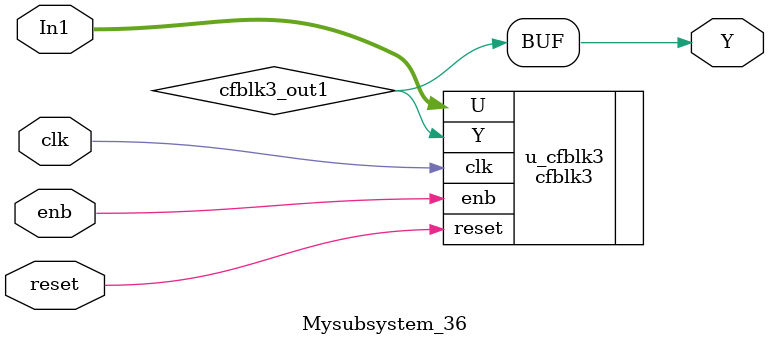
<source format=v>



`timescale 1 ns / 1 ns

module Mysubsystem_36
          (clk,
           reset,
           enb,
           In1,
           Y);


  input   clk;
  input   reset;
  input   enb;
  input   [7:0] In1;  // uint8
  output  Y;


  wire cfblk3_out1;


  cfblk3 u_cfblk3 (.clk(clk),
                   .reset(reset),
                   .enb(enb),
                   .U(In1),  // uint8
                   .Y(cfblk3_out1)
                   );

  assign Y = cfblk3_out1;

endmodule  // Mysubsystem_36


</source>
